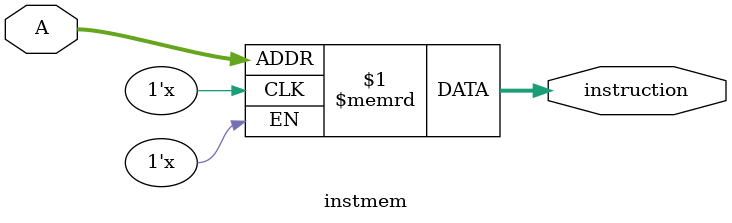
<source format=v>
module instmem (
    input [31:0] A,
    output [31:0] instruction
);
   reg [31:0] instrmemry [0:63];
   assign instruction=instrmemry[A];
endmodule //instmem
</source>
